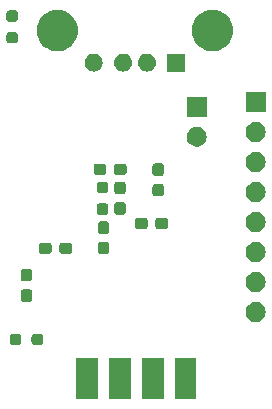
<source format=gbr>
%TF.GenerationSoftware,KiCad,Pcbnew,7.0.9*%
%TF.CreationDate,2024-08-09T20:27:10+01:00*%
%TF.ProjectId,RISKYKVM,5249534b-594b-4564-9d2e-6b696361645f,rev?*%
%TF.SameCoordinates,Original*%
%TF.FileFunction,Soldermask,Bot*%
%TF.FilePolarity,Negative*%
%FSLAX46Y46*%
G04 Gerber Fmt 4.6, Leading zero omitted, Abs format (unit mm)*
G04 Created by KiCad (PCBNEW 7.0.9) date 2024-08-09 20:27:10*
%MOMM*%
%LPD*%
G01*
G04 APERTURE LIST*
G04 APERTURE END LIST*
G36*
X127068334Y-109777500D02*
G01*
X125221666Y-109777500D01*
X125221666Y-106297500D01*
X127068334Y-106297500D01*
X127068334Y-109777500D01*
G37*
G36*
X129838334Y-109777500D02*
G01*
X127991666Y-109777500D01*
X127991666Y-106297500D01*
X129838334Y-106297500D01*
X129838334Y-109777500D01*
G37*
G36*
X132608334Y-109777500D02*
G01*
X130761666Y-109777500D01*
X130761666Y-106297500D01*
X132608334Y-106297500D01*
X132608334Y-109777500D01*
G37*
G36*
X135378334Y-109777500D02*
G01*
X133531666Y-109777500D01*
X133531666Y-106297500D01*
X135378334Y-106297500D01*
X135378334Y-109777500D01*
G37*
G36*
X120334850Y-104245964D02*
G01*
X120382179Y-104251455D01*
X120398353Y-104258596D01*
X120420887Y-104263079D01*
X120445011Y-104279198D01*
X120463632Y-104287420D01*
X120476348Y-104300136D01*
X120497938Y-104314562D01*
X120512363Y-104336151D01*
X120525079Y-104348867D01*
X120533300Y-104367486D01*
X120549421Y-104391613D01*
X120553903Y-104414147D01*
X120561044Y-104430319D01*
X120566533Y-104477640D01*
X120567500Y-104482500D01*
X120567500Y-104957500D01*
X120566532Y-104962362D01*
X120561044Y-105009679D01*
X120553904Y-105025849D01*
X120549421Y-105048387D01*
X120533298Y-105072516D01*
X120525079Y-105091132D01*
X120512365Y-105103845D01*
X120497938Y-105125438D01*
X120476345Y-105139865D01*
X120463632Y-105152579D01*
X120445015Y-105160799D01*
X120420887Y-105176921D01*
X120398350Y-105181403D01*
X120382180Y-105188544D01*
X120334861Y-105194033D01*
X120330000Y-105195000D01*
X119830000Y-105195000D01*
X119825138Y-105194033D01*
X119777820Y-105188544D01*
X119761648Y-105181403D01*
X119739113Y-105176921D01*
X119714985Y-105160800D01*
X119696367Y-105152579D01*
X119683651Y-105139863D01*
X119662062Y-105125438D01*
X119647636Y-105103848D01*
X119634920Y-105091132D01*
X119626698Y-105072511D01*
X119610579Y-105048387D01*
X119606096Y-105025854D01*
X119598955Y-105009680D01*
X119593464Y-104962348D01*
X119592500Y-104957500D01*
X119592500Y-104482500D01*
X119593464Y-104477651D01*
X119598955Y-104430320D01*
X119606097Y-104414144D01*
X119610579Y-104391613D01*
X119626697Y-104367490D01*
X119634920Y-104348867D01*
X119647638Y-104336148D01*
X119662062Y-104314562D01*
X119683648Y-104300138D01*
X119696367Y-104287420D01*
X119714990Y-104279196D01*
X119739113Y-104263079D01*
X119761643Y-104258597D01*
X119777819Y-104251455D01*
X119825152Y-104245964D01*
X119830000Y-104245000D01*
X120330000Y-104245000D01*
X120334850Y-104245964D01*
G37*
G36*
X122159850Y-104245964D02*
G01*
X122207179Y-104251455D01*
X122223353Y-104258596D01*
X122245887Y-104263079D01*
X122270011Y-104279198D01*
X122288632Y-104287420D01*
X122301348Y-104300136D01*
X122322938Y-104314562D01*
X122337363Y-104336151D01*
X122350079Y-104348867D01*
X122358300Y-104367486D01*
X122374421Y-104391613D01*
X122378903Y-104414147D01*
X122386044Y-104430319D01*
X122391533Y-104477640D01*
X122392500Y-104482500D01*
X122392500Y-104957500D01*
X122391532Y-104962362D01*
X122386044Y-105009679D01*
X122378904Y-105025849D01*
X122374421Y-105048387D01*
X122358298Y-105072516D01*
X122350079Y-105091132D01*
X122337365Y-105103845D01*
X122322938Y-105125438D01*
X122301345Y-105139865D01*
X122288632Y-105152579D01*
X122270015Y-105160799D01*
X122245887Y-105176921D01*
X122223350Y-105181403D01*
X122207180Y-105188544D01*
X122159861Y-105194033D01*
X122155000Y-105195000D01*
X121655000Y-105195000D01*
X121650138Y-105194033D01*
X121602820Y-105188544D01*
X121586648Y-105181403D01*
X121564113Y-105176921D01*
X121539985Y-105160800D01*
X121521367Y-105152579D01*
X121508651Y-105139863D01*
X121487062Y-105125438D01*
X121472636Y-105103848D01*
X121459920Y-105091132D01*
X121451698Y-105072511D01*
X121435579Y-105048387D01*
X121431096Y-105025854D01*
X121423955Y-105009680D01*
X121418464Y-104962348D01*
X121417500Y-104957500D01*
X121417500Y-104482500D01*
X121418464Y-104477651D01*
X121423955Y-104430320D01*
X121431097Y-104414144D01*
X121435579Y-104391613D01*
X121451697Y-104367490D01*
X121459920Y-104348867D01*
X121472638Y-104336148D01*
X121487062Y-104314562D01*
X121508648Y-104300138D01*
X121521367Y-104287420D01*
X121539990Y-104279196D01*
X121564113Y-104263079D01*
X121586643Y-104258597D01*
X121602819Y-104251455D01*
X121650152Y-104245964D01*
X121655000Y-104245000D01*
X122155000Y-104245000D01*
X122159850Y-104245964D01*
G37*
G36*
X140652664Y-101581602D02*
G01*
X140815000Y-101653878D01*
X140958761Y-101758327D01*
X141077664Y-101890383D01*
X141166514Y-102044274D01*
X141221425Y-102213275D01*
X141240000Y-102390000D01*
X141221425Y-102566725D01*
X141166514Y-102735726D01*
X141077664Y-102889617D01*
X140958761Y-103021673D01*
X140815000Y-103126122D01*
X140652664Y-103198398D01*
X140478849Y-103235344D01*
X140301151Y-103235344D01*
X140127336Y-103198398D01*
X139965000Y-103126122D01*
X139821239Y-103021673D01*
X139702336Y-102889617D01*
X139613486Y-102735726D01*
X139558575Y-102566725D01*
X139540000Y-102390000D01*
X139558575Y-102213275D01*
X139613486Y-102044274D01*
X139702336Y-101890383D01*
X139821239Y-101758327D01*
X139965000Y-101653878D01*
X140127336Y-101581602D01*
X140301151Y-101544656D01*
X140478849Y-101544656D01*
X140652664Y-101581602D01*
G37*
G36*
X121232350Y-100453464D02*
G01*
X121279679Y-100458955D01*
X121295853Y-100466096D01*
X121318387Y-100470579D01*
X121342511Y-100486698D01*
X121361132Y-100494920D01*
X121373848Y-100507636D01*
X121395438Y-100522062D01*
X121409863Y-100543651D01*
X121422579Y-100556367D01*
X121430800Y-100574986D01*
X121446921Y-100599113D01*
X121451403Y-100621647D01*
X121458544Y-100637819D01*
X121464033Y-100685140D01*
X121465000Y-100690000D01*
X121465000Y-101290000D01*
X121464032Y-101294862D01*
X121458544Y-101342179D01*
X121451404Y-101358349D01*
X121446921Y-101380887D01*
X121430798Y-101405016D01*
X121422579Y-101423632D01*
X121409865Y-101436345D01*
X121395438Y-101457938D01*
X121373845Y-101472365D01*
X121361132Y-101485079D01*
X121342515Y-101493299D01*
X121318387Y-101509421D01*
X121295850Y-101513903D01*
X121279680Y-101521044D01*
X121232361Y-101526533D01*
X121227500Y-101527500D01*
X120752500Y-101527500D01*
X120747638Y-101526533D01*
X120700320Y-101521044D01*
X120684148Y-101513903D01*
X120661613Y-101509421D01*
X120637485Y-101493300D01*
X120618867Y-101485079D01*
X120606151Y-101472363D01*
X120584562Y-101457938D01*
X120570136Y-101436348D01*
X120557420Y-101423632D01*
X120549198Y-101405011D01*
X120533079Y-101380887D01*
X120528596Y-101358354D01*
X120521455Y-101342180D01*
X120515964Y-101294848D01*
X120515000Y-101290000D01*
X120515000Y-100690000D01*
X120515964Y-100685151D01*
X120521455Y-100637820D01*
X120528597Y-100621644D01*
X120533079Y-100599113D01*
X120549197Y-100574990D01*
X120557420Y-100556367D01*
X120570138Y-100543648D01*
X120584562Y-100522062D01*
X120606148Y-100507638D01*
X120618867Y-100494920D01*
X120637490Y-100486696D01*
X120661613Y-100470579D01*
X120684143Y-100466097D01*
X120700319Y-100458955D01*
X120747652Y-100453464D01*
X120752500Y-100452500D01*
X121227500Y-100452500D01*
X121232350Y-100453464D01*
G37*
G36*
X140652664Y-99041602D02*
G01*
X140815000Y-99113878D01*
X140958761Y-99218327D01*
X141077664Y-99350383D01*
X141166514Y-99504274D01*
X141221425Y-99673275D01*
X141240000Y-99850000D01*
X141221425Y-100026725D01*
X141166514Y-100195726D01*
X141077664Y-100349617D01*
X140958761Y-100481673D01*
X140815000Y-100586122D01*
X140652664Y-100658398D01*
X140478849Y-100695344D01*
X140301151Y-100695344D01*
X140127336Y-100658398D01*
X139965000Y-100586122D01*
X139821239Y-100481673D01*
X139702336Y-100349617D01*
X139613486Y-100195726D01*
X139558575Y-100026725D01*
X139540000Y-99850000D01*
X139558575Y-99673275D01*
X139613486Y-99504274D01*
X139702336Y-99350383D01*
X139821239Y-99218327D01*
X139965000Y-99113878D01*
X140127336Y-99041602D01*
X140301151Y-99004656D01*
X140478849Y-99004656D01*
X140652664Y-99041602D01*
G37*
G36*
X121232350Y-98728464D02*
G01*
X121279679Y-98733955D01*
X121295853Y-98741096D01*
X121318387Y-98745579D01*
X121342511Y-98761698D01*
X121361132Y-98769920D01*
X121373848Y-98782636D01*
X121395438Y-98797062D01*
X121409863Y-98818651D01*
X121422579Y-98831367D01*
X121430800Y-98849986D01*
X121446921Y-98874113D01*
X121451403Y-98896647D01*
X121458544Y-98912819D01*
X121464033Y-98960140D01*
X121465000Y-98965000D01*
X121465000Y-99565000D01*
X121464032Y-99569862D01*
X121458544Y-99617179D01*
X121451404Y-99633349D01*
X121446921Y-99655887D01*
X121430798Y-99680016D01*
X121422579Y-99698632D01*
X121409865Y-99711345D01*
X121395438Y-99732938D01*
X121373845Y-99747365D01*
X121361132Y-99760079D01*
X121342515Y-99768299D01*
X121318387Y-99784421D01*
X121295850Y-99788903D01*
X121279680Y-99796044D01*
X121232361Y-99801533D01*
X121227500Y-99802500D01*
X120752500Y-99802500D01*
X120747638Y-99801533D01*
X120700320Y-99796044D01*
X120684148Y-99788903D01*
X120661613Y-99784421D01*
X120637485Y-99768300D01*
X120618867Y-99760079D01*
X120606151Y-99747363D01*
X120584562Y-99732938D01*
X120570136Y-99711348D01*
X120557420Y-99698632D01*
X120549198Y-99680011D01*
X120533079Y-99655887D01*
X120528596Y-99633354D01*
X120521455Y-99617180D01*
X120515964Y-99569848D01*
X120515000Y-99565000D01*
X120515000Y-98965000D01*
X120515964Y-98960151D01*
X120521455Y-98912820D01*
X120528597Y-98896644D01*
X120533079Y-98874113D01*
X120549197Y-98849990D01*
X120557420Y-98831367D01*
X120570138Y-98818648D01*
X120584562Y-98797062D01*
X120606148Y-98782638D01*
X120618867Y-98769920D01*
X120637490Y-98761696D01*
X120661613Y-98745579D01*
X120684143Y-98741097D01*
X120700319Y-98733955D01*
X120747652Y-98728464D01*
X120752500Y-98727500D01*
X121227500Y-98727500D01*
X121232350Y-98728464D01*
G37*
G36*
X140652664Y-96501602D02*
G01*
X140815000Y-96573878D01*
X140958761Y-96678327D01*
X141077664Y-96810383D01*
X141166514Y-96964274D01*
X141221425Y-97133275D01*
X141240000Y-97310000D01*
X141221425Y-97486725D01*
X141166514Y-97655726D01*
X141077664Y-97809617D01*
X140958761Y-97941673D01*
X140815000Y-98046122D01*
X140652664Y-98118398D01*
X140478849Y-98155344D01*
X140301151Y-98155344D01*
X140127336Y-98118398D01*
X139965000Y-98046122D01*
X139821239Y-97941673D01*
X139702336Y-97809617D01*
X139613486Y-97655726D01*
X139558575Y-97486725D01*
X139540000Y-97310000D01*
X139558575Y-97133275D01*
X139613486Y-96964274D01*
X139702336Y-96810383D01*
X139821239Y-96678327D01*
X139965000Y-96573878D01*
X140127336Y-96501602D01*
X140301151Y-96464656D01*
X140478849Y-96464656D01*
X140652664Y-96501602D01*
G37*
G36*
X127755750Y-96436564D02*
G01*
X127803079Y-96442055D01*
X127819253Y-96449196D01*
X127841787Y-96453679D01*
X127865911Y-96469798D01*
X127884532Y-96478020D01*
X127897248Y-96490736D01*
X127918838Y-96505162D01*
X127933263Y-96526751D01*
X127945979Y-96539467D01*
X127954200Y-96558086D01*
X127970321Y-96582213D01*
X127974803Y-96604747D01*
X127981944Y-96620919D01*
X127987433Y-96668240D01*
X127988400Y-96673100D01*
X127988400Y-97273100D01*
X127987432Y-97277962D01*
X127981944Y-97325279D01*
X127974804Y-97341449D01*
X127970321Y-97363987D01*
X127954198Y-97388116D01*
X127945979Y-97406732D01*
X127933265Y-97419445D01*
X127918838Y-97441038D01*
X127897245Y-97455465D01*
X127884532Y-97468179D01*
X127865915Y-97476399D01*
X127841787Y-97492521D01*
X127819250Y-97497003D01*
X127803080Y-97504144D01*
X127755761Y-97509633D01*
X127750900Y-97510600D01*
X127275900Y-97510600D01*
X127271038Y-97509633D01*
X127223720Y-97504144D01*
X127207548Y-97497003D01*
X127185013Y-97492521D01*
X127160885Y-97476400D01*
X127142267Y-97468179D01*
X127129551Y-97455463D01*
X127107962Y-97441038D01*
X127093536Y-97419448D01*
X127080820Y-97406732D01*
X127072598Y-97388111D01*
X127056479Y-97363987D01*
X127051996Y-97341454D01*
X127044855Y-97325280D01*
X127039364Y-97277948D01*
X127038400Y-97273100D01*
X127038400Y-96673100D01*
X127039364Y-96668251D01*
X127044855Y-96620920D01*
X127051997Y-96604744D01*
X127056479Y-96582213D01*
X127072597Y-96558090D01*
X127080820Y-96539467D01*
X127093538Y-96526748D01*
X127107962Y-96505162D01*
X127129548Y-96490738D01*
X127142267Y-96478020D01*
X127160890Y-96469796D01*
X127185013Y-96453679D01*
X127207543Y-96449197D01*
X127223719Y-96442055D01*
X127271052Y-96436564D01*
X127275900Y-96435600D01*
X127750900Y-96435600D01*
X127755750Y-96436564D01*
G37*
G36*
X122888250Y-96507464D02*
G01*
X122935579Y-96512955D01*
X122951753Y-96520096D01*
X122974287Y-96524579D01*
X122998411Y-96540698D01*
X123017032Y-96548920D01*
X123029748Y-96561636D01*
X123051338Y-96576062D01*
X123065763Y-96597651D01*
X123078479Y-96610367D01*
X123086700Y-96628986D01*
X123102821Y-96653113D01*
X123107303Y-96675647D01*
X123114444Y-96691819D01*
X123119933Y-96739140D01*
X123120900Y-96744000D01*
X123120900Y-97219000D01*
X123119932Y-97223862D01*
X123114444Y-97271179D01*
X123107304Y-97287349D01*
X123102821Y-97309887D01*
X123086698Y-97334016D01*
X123078479Y-97352632D01*
X123065765Y-97365345D01*
X123051338Y-97386938D01*
X123029745Y-97401365D01*
X123017032Y-97414079D01*
X122998415Y-97422299D01*
X122974287Y-97438421D01*
X122951750Y-97442903D01*
X122935580Y-97450044D01*
X122888261Y-97455533D01*
X122883400Y-97456500D01*
X122283400Y-97456500D01*
X122278538Y-97455533D01*
X122231220Y-97450044D01*
X122215048Y-97442903D01*
X122192513Y-97438421D01*
X122168385Y-97422300D01*
X122149767Y-97414079D01*
X122137051Y-97401363D01*
X122115462Y-97386938D01*
X122101036Y-97365348D01*
X122088320Y-97352632D01*
X122080098Y-97334011D01*
X122063979Y-97309887D01*
X122059496Y-97287354D01*
X122052355Y-97271180D01*
X122046864Y-97223848D01*
X122045900Y-97219000D01*
X122045900Y-96744000D01*
X122046864Y-96739151D01*
X122052355Y-96691820D01*
X122059497Y-96675644D01*
X122063979Y-96653113D01*
X122080097Y-96628990D01*
X122088320Y-96610367D01*
X122101038Y-96597648D01*
X122115462Y-96576062D01*
X122137048Y-96561638D01*
X122149767Y-96548920D01*
X122168390Y-96540696D01*
X122192513Y-96524579D01*
X122215043Y-96520097D01*
X122231219Y-96512955D01*
X122278552Y-96507464D01*
X122283400Y-96506500D01*
X122883400Y-96506500D01*
X122888250Y-96507464D01*
G37*
G36*
X124613250Y-96507464D02*
G01*
X124660579Y-96512955D01*
X124676753Y-96520096D01*
X124699287Y-96524579D01*
X124723411Y-96540698D01*
X124742032Y-96548920D01*
X124754748Y-96561636D01*
X124776338Y-96576062D01*
X124790763Y-96597651D01*
X124803479Y-96610367D01*
X124811700Y-96628986D01*
X124827821Y-96653113D01*
X124832303Y-96675647D01*
X124839444Y-96691819D01*
X124844933Y-96739140D01*
X124845900Y-96744000D01*
X124845900Y-97219000D01*
X124844932Y-97223862D01*
X124839444Y-97271179D01*
X124832304Y-97287349D01*
X124827821Y-97309887D01*
X124811698Y-97334016D01*
X124803479Y-97352632D01*
X124790765Y-97365345D01*
X124776338Y-97386938D01*
X124754745Y-97401365D01*
X124742032Y-97414079D01*
X124723415Y-97422299D01*
X124699287Y-97438421D01*
X124676750Y-97442903D01*
X124660580Y-97450044D01*
X124613261Y-97455533D01*
X124608400Y-97456500D01*
X124008400Y-97456500D01*
X124003538Y-97455533D01*
X123956220Y-97450044D01*
X123940048Y-97442903D01*
X123917513Y-97438421D01*
X123893385Y-97422300D01*
X123874767Y-97414079D01*
X123862051Y-97401363D01*
X123840462Y-97386938D01*
X123826036Y-97365348D01*
X123813320Y-97352632D01*
X123805098Y-97334011D01*
X123788979Y-97309887D01*
X123784496Y-97287354D01*
X123777355Y-97271180D01*
X123771864Y-97223848D01*
X123770900Y-97219000D01*
X123770900Y-96744000D01*
X123771864Y-96739151D01*
X123777355Y-96691820D01*
X123784497Y-96675644D01*
X123788979Y-96653113D01*
X123805097Y-96628990D01*
X123813320Y-96610367D01*
X123826038Y-96597648D01*
X123840462Y-96576062D01*
X123862048Y-96561638D01*
X123874767Y-96548920D01*
X123893390Y-96540696D01*
X123917513Y-96524579D01*
X123940043Y-96520097D01*
X123956219Y-96512955D01*
X124003552Y-96507464D01*
X124008400Y-96506500D01*
X124608400Y-96506500D01*
X124613250Y-96507464D01*
G37*
G36*
X127755750Y-94711564D02*
G01*
X127803079Y-94717055D01*
X127819253Y-94724196D01*
X127841787Y-94728679D01*
X127865911Y-94744798D01*
X127884532Y-94753020D01*
X127897248Y-94765736D01*
X127918838Y-94780162D01*
X127933263Y-94801751D01*
X127945979Y-94814467D01*
X127954200Y-94833086D01*
X127970321Y-94857213D01*
X127974803Y-94879747D01*
X127981944Y-94895919D01*
X127987433Y-94943240D01*
X127988400Y-94948100D01*
X127988400Y-95548100D01*
X127987432Y-95552962D01*
X127981944Y-95600279D01*
X127974804Y-95616449D01*
X127970321Y-95638987D01*
X127954198Y-95663116D01*
X127945979Y-95681732D01*
X127933265Y-95694445D01*
X127918838Y-95716038D01*
X127897245Y-95730465D01*
X127884532Y-95743179D01*
X127865915Y-95751399D01*
X127841787Y-95767521D01*
X127819250Y-95772003D01*
X127803080Y-95779144D01*
X127755761Y-95784633D01*
X127750900Y-95785600D01*
X127275900Y-95785600D01*
X127271038Y-95784633D01*
X127223720Y-95779144D01*
X127207548Y-95772003D01*
X127185013Y-95767521D01*
X127160885Y-95751400D01*
X127142267Y-95743179D01*
X127129551Y-95730463D01*
X127107962Y-95716038D01*
X127093536Y-95694448D01*
X127080820Y-95681732D01*
X127072598Y-95663111D01*
X127056479Y-95638987D01*
X127051996Y-95616454D01*
X127044855Y-95600280D01*
X127039364Y-95552948D01*
X127038400Y-95548100D01*
X127038400Y-94948100D01*
X127039364Y-94943251D01*
X127044855Y-94895920D01*
X127051997Y-94879744D01*
X127056479Y-94857213D01*
X127072597Y-94833090D01*
X127080820Y-94814467D01*
X127093538Y-94801748D01*
X127107962Y-94780162D01*
X127129548Y-94765738D01*
X127142267Y-94753020D01*
X127160890Y-94744796D01*
X127185013Y-94728679D01*
X127207543Y-94724197D01*
X127223719Y-94717055D01*
X127271052Y-94711564D01*
X127275900Y-94710600D01*
X127750900Y-94710600D01*
X127755750Y-94711564D01*
G37*
G36*
X140652664Y-93961602D02*
G01*
X140815000Y-94033878D01*
X140958761Y-94138327D01*
X141077664Y-94270383D01*
X141166514Y-94424274D01*
X141221425Y-94593275D01*
X141240000Y-94770000D01*
X141221425Y-94946725D01*
X141166514Y-95115726D01*
X141077664Y-95269617D01*
X140958761Y-95401673D01*
X140815000Y-95506122D01*
X140652664Y-95578398D01*
X140478849Y-95615344D01*
X140301151Y-95615344D01*
X140127336Y-95578398D01*
X139965000Y-95506122D01*
X139821239Y-95401673D01*
X139702336Y-95269617D01*
X139613486Y-95115726D01*
X139558575Y-94946725D01*
X139540000Y-94770000D01*
X139558575Y-94593275D01*
X139613486Y-94424274D01*
X139702336Y-94270383D01*
X139821239Y-94138327D01*
X139965000Y-94033878D01*
X140127336Y-93961602D01*
X140301151Y-93924656D01*
X140478849Y-93924656D01*
X140652664Y-93961602D01*
G37*
G36*
X131019750Y-94417364D02*
G01*
X131067079Y-94422855D01*
X131083253Y-94429996D01*
X131105787Y-94434479D01*
X131129911Y-94450598D01*
X131148532Y-94458820D01*
X131161248Y-94471536D01*
X131182838Y-94485962D01*
X131197263Y-94507551D01*
X131209979Y-94520267D01*
X131218200Y-94538886D01*
X131234321Y-94563013D01*
X131238803Y-94585547D01*
X131245944Y-94601719D01*
X131251433Y-94649040D01*
X131252400Y-94653900D01*
X131252400Y-95128900D01*
X131251432Y-95133762D01*
X131245944Y-95181079D01*
X131238804Y-95197249D01*
X131234321Y-95219787D01*
X131218198Y-95243916D01*
X131209979Y-95262532D01*
X131197265Y-95275245D01*
X131182838Y-95296838D01*
X131161245Y-95311265D01*
X131148532Y-95323979D01*
X131129915Y-95332199D01*
X131105787Y-95348321D01*
X131083250Y-95352803D01*
X131067080Y-95359944D01*
X131019761Y-95365433D01*
X131014900Y-95366400D01*
X130414900Y-95366400D01*
X130410038Y-95365433D01*
X130362720Y-95359944D01*
X130346548Y-95352803D01*
X130324013Y-95348321D01*
X130299885Y-95332200D01*
X130281267Y-95323979D01*
X130268551Y-95311263D01*
X130246962Y-95296838D01*
X130232536Y-95275248D01*
X130219820Y-95262532D01*
X130211598Y-95243911D01*
X130195479Y-95219787D01*
X130190996Y-95197254D01*
X130183855Y-95181080D01*
X130178364Y-95133748D01*
X130177400Y-95128900D01*
X130177400Y-94653900D01*
X130178364Y-94649051D01*
X130183855Y-94601720D01*
X130190997Y-94585544D01*
X130195479Y-94563013D01*
X130211597Y-94538890D01*
X130219820Y-94520267D01*
X130232538Y-94507548D01*
X130246962Y-94485962D01*
X130268548Y-94471538D01*
X130281267Y-94458820D01*
X130299890Y-94450596D01*
X130324013Y-94434479D01*
X130346543Y-94429997D01*
X130362719Y-94422855D01*
X130410052Y-94417364D01*
X130414900Y-94416400D01*
X131014900Y-94416400D01*
X131019750Y-94417364D01*
G37*
G36*
X132744750Y-94417364D02*
G01*
X132792079Y-94422855D01*
X132808253Y-94429996D01*
X132830787Y-94434479D01*
X132854911Y-94450598D01*
X132873532Y-94458820D01*
X132886248Y-94471536D01*
X132907838Y-94485962D01*
X132922263Y-94507551D01*
X132934979Y-94520267D01*
X132943200Y-94538886D01*
X132959321Y-94563013D01*
X132963803Y-94585547D01*
X132970944Y-94601719D01*
X132976433Y-94649040D01*
X132977400Y-94653900D01*
X132977400Y-95128900D01*
X132976432Y-95133762D01*
X132970944Y-95181079D01*
X132963804Y-95197249D01*
X132959321Y-95219787D01*
X132943198Y-95243916D01*
X132934979Y-95262532D01*
X132922265Y-95275245D01*
X132907838Y-95296838D01*
X132886245Y-95311265D01*
X132873532Y-95323979D01*
X132854915Y-95332199D01*
X132830787Y-95348321D01*
X132808250Y-95352803D01*
X132792080Y-95359944D01*
X132744761Y-95365433D01*
X132739900Y-95366400D01*
X132139900Y-95366400D01*
X132135038Y-95365433D01*
X132087720Y-95359944D01*
X132071548Y-95352803D01*
X132049013Y-95348321D01*
X132024885Y-95332200D01*
X132006267Y-95323979D01*
X131993551Y-95311263D01*
X131971962Y-95296838D01*
X131957536Y-95275248D01*
X131944820Y-95262532D01*
X131936598Y-95243911D01*
X131920479Y-95219787D01*
X131915996Y-95197254D01*
X131908855Y-95181080D01*
X131903364Y-95133748D01*
X131902400Y-95128900D01*
X131902400Y-94653900D01*
X131903364Y-94649051D01*
X131908855Y-94601720D01*
X131915997Y-94585544D01*
X131920479Y-94563013D01*
X131936597Y-94538890D01*
X131944820Y-94520267D01*
X131957538Y-94507548D01*
X131971962Y-94485962D01*
X131993548Y-94471538D01*
X132006267Y-94458820D01*
X132024890Y-94450596D01*
X132049013Y-94434479D01*
X132071543Y-94429997D01*
X132087719Y-94422855D01*
X132135052Y-94417364D01*
X132139900Y-94416400D01*
X132739900Y-94416400D01*
X132744750Y-94417364D01*
G37*
G36*
X127679550Y-93183764D02*
G01*
X127726879Y-93189255D01*
X127743053Y-93196396D01*
X127765587Y-93200879D01*
X127789711Y-93216998D01*
X127808332Y-93225220D01*
X127821048Y-93237936D01*
X127842638Y-93252362D01*
X127857063Y-93273951D01*
X127869779Y-93286667D01*
X127878000Y-93305286D01*
X127894121Y-93329413D01*
X127898603Y-93351947D01*
X127905744Y-93368119D01*
X127911233Y-93415440D01*
X127912200Y-93420300D01*
X127912200Y-93920300D01*
X127911232Y-93925162D01*
X127905744Y-93972479D01*
X127898604Y-93988649D01*
X127894121Y-94011187D01*
X127877998Y-94035316D01*
X127869779Y-94053932D01*
X127857065Y-94066645D01*
X127842638Y-94088238D01*
X127821045Y-94102665D01*
X127808332Y-94115379D01*
X127789715Y-94123599D01*
X127765587Y-94139721D01*
X127743050Y-94144203D01*
X127726880Y-94151344D01*
X127679561Y-94156833D01*
X127674700Y-94157800D01*
X127199700Y-94157800D01*
X127194838Y-94156833D01*
X127147520Y-94151344D01*
X127131348Y-94144203D01*
X127108813Y-94139721D01*
X127084685Y-94123600D01*
X127066067Y-94115379D01*
X127053351Y-94102663D01*
X127031762Y-94088238D01*
X127017336Y-94066648D01*
X127004620Y-94053932D01*
X126996398Y-94035311D01*
X126980279Y-94011187D01*
X126975796Y-93988654D01*
X126968655Y-93972480D01*
X126963164Y-93925148D01*
X126962200Y-93920300D01*
X126962200Y-93420300D01*
X126963164Y-93415451D01*
X126968655Y-93368120D01*
X126975797Y-93351944D01*
X126980279Y-93329413D01*
X126996397Y-93305290D01*
X127004620Y-93286667D01*
X127017338Y-93273948D01*
X127031762Y-93252362D01*
X127053348Y-93237938D01*
X127066067Y-93225220D01*
X127084690Y-93216996D01*
X127108813Y-93200879D01*
X127131343Y-93196397D01*
X127147519Y-93189255D01*
X127194852Y-93183764D01*
X127199700Y-93182800D01*
X127674700Y-93182800D01*
X127679550Y-93183764D01*
G37*
G36*
X129152750Y-93083764D02*
G01*
X129200079Y-93089255D01*
X129216253Y-93096396D01*
X129238787Y-93100879D01*
X129262911Y-93116998D01*
X129281532Y-93125220D01*
X129294248Y-93137936D01*
X129315838Y-93152362D01*
X129330263Y-93173951D01*
X129342979Y-93186667D01*
X129351200Y-93205286D01*
X129367321Y-93229413D01*
X129371803Y-93251947D01*
X129378944Y-93268119D01*
X129384433Y-93315440D01*
X129385400Y-93320300D01*
X129385400Y-93920300D01*
X129384432Y-93925162D01*
X129378944Y-93972479D01*
X129371804Y-93988649D01*
X129367321Y-94011187D01*
X129351198Y-94035316D01*
X129342979Y-94053932D01*
X129330265Y-94066645D01*
X129315838Y-94088238D01*
X129294245Y-94102665D01*
X129281532Y-94115379D01*
X129262915Y-94123599D01*
X129238787Y-94139721D01*
X129216250Y-94144203D01*
X129200080Y-94151344D01*
X129152761Y-94156833D01*
X129147900Y-94157800D01*
X128672900Y-94157800D01*
X128668038Y-94156833D01*
X128620720Y-94151344D01*
X128604548Y-94144203D01*
X128582013Y-94139721D01*
X128557885Y-94123600D01*
X128539267Y-94115379D01*
X128526551Y-94102663D01*
X128504962Y-94088238D01*
X128490536Y-94066648D01*
X128477820Y-94053932D01*
X128469598Y-94035311D01*
X128453479Y-94011187D01*
X128448996Y-93988654D01*
X128441855Y-93972480D01*
X128436364Y-93925148D01*
X128435400Y-93920300D01*
X128435400Y-93320300D01*
X128436364Y-93315451D01*
X128441855Y-93268120D01*
X128448997Y-93251944D01*
X128453479Y-93229413D01*
X128469597Y-93205290D01*
X128477820Y-93186667D01*
X128490538Y-93173948D01*
X128504962Y-93152362D01*
X128526548Y-93137938D01*
X128539267Y-93125220D01*
X128557890Y-93116996D01*
X128582013Y-93100879D01*
X128604543Y-93096397D01*
X128620719Y-93089255D01*
X128668052Y-93083764D01*
X128672900Y-93082800D01*
X129147900Y-93082800D01*
X129152750Y-93083764D01*
G37*
G36*
X140652664Y-91421602D02*
G01*
X140815000Y-91493878D01*
X140958761Y-91598327D01*
X141077664Y-91730383D01*
X141166514Y-91884274D01*
X141221425Y-92053275D01*
X141240000Y-92230000D01*
X141221425Y-92406725D01*
X141166514Y-92575726D01*
X141077664Y-92729617D01*
X140958761Y-92861673D01*
X140815000Y-92966122D01*
X140652664Y-93038398D01*
X140478849Y-93075344D01*
X140301151Y-93075344D01*
X140127336Y-93038398D01*
X139965000Y-92966122D01*
X139821239Y-92861673D01*
X139702336Y-92729617D01*
X139613486Y-92575726D01*
X139558575Y-92406725D01*
X139540000Y-92230000D01*
X139558575Y-92053275D01*
X139613486Y-91884274D01*
X139702336Y-91730383D01*
X139821239Y-91598327D01*
X139965000Y-91493878D01*
X140127336Y-91421602D01*
X140301151Y-91384656D01*
X140478849Y-91384656D01*
X140652664Y-91421602D01*
G37*
G36*
X132378550Y-91534364D02*
G01*
X132425879Y-91539855D01*
X132442053Y-91546996D01*
X132464587Y-91551479D01*
X132488711Y-91567598D01*
X132507332Y-91575820D01*
X132520048Y-91588536D01*
X132541638Y-91602962D01*
X132556063Y-91624551D01*
X132568779Y-91637267D01*
X132577000Y-91655886D01*
X132593121Y-91680013D01*
X132597603Y-91702547D01*
X132604744Y-91718719D01*
X132610233Y-91766040D01*
X132611200Y-91770900D01*
X132611200Y-92370900D01*
X132610232Y-92375762D01*
X132604744Y-92423079D01*
X132597604Y-92439249D01*
X132593121Y-92461787D01*
X132576998Y-92485916D01*
X132568779Y-92504532D01*
X132556065Y-92517245D01*
X132541638Y-92538838D01*
X132520045Y-92553265D01*
X132507332Y-92565979D01*
X132488715Y-92574199D01*
X132464587Y-92590321D01*
X132442050Y-92594803D01*
X132425880Y-92601944D01*
X132378561Y-92607433D01*
X132373700Y-92608400D01*
X131898700Y-92608400D01*
X131893838Y-92607433D01*
X131846520Y-92601944D01*
X131830348Y-92594803D01*
X131807813Y-92590321D01*
X131783685Y-92574200D01*
X131765067Y-92565979D01*
X131752351Y-92553263D01*
X131730762Y-92538838D01*
X131716336Y-92517248D01*
X131703620Y-92504532D01*
X131695398Y-92485911D01*
X131679279Y-92461787D01*
X131674796Y-92439254D01*
X131667655Y-92423080D01*
X131662164Y-92375748D01*
X131661200Y-92370900D01*
X131661200Y-91770900D01*
X131662164Y-91766051D01*
X131667655Y-91718720D01*
X131674797Y-91702544D01*
X131679279Y-91680013D01*
X131695397Y-91655890D01*
X131703620Y-91637267D01*
X131716338Y-91624548D01*
X131730762Y-91602962D01*
X131752348Y-91588538D01*
X131765067Y-91575820D01*
X131783690Y-91567596D01*
X131807813Y-91551479D01*
X131830343Y-91546997D01*
X131846519Y-91539855D01*
X131893852Y-91534364D01*
X131898700Y-91533400D01*
X132373700Y-91533400D01*
X132378550Y-91534364D01*
G37*
G36*
X129152750Y-91358764D02*
G01*
X129200079Y-91364255D01*
X129216253Y-91371396D01*
X129238787Y-91375879D01*
X129262911Y-91391998D01*
X129281532Y-91400220D01*
X129294248Y-91412936D01*
X129315838Y-91427362D01*
X129330263Y-91448951D01*
X129342979Y-91461667D01*
X129351200Y-91480286D01*
X129367321Y-91504413D01*
X129371803Y-91526947D01*
X129378944Y-91543119D01*
X129384433Y-91590440D01*
X129385400Y-91595300D01*
X129385400Y-92195300D01*
X129384432Y-92200162D01*
X129378944Y-92247479D01*
X129371804Y-92263649D01*
X129367321Y-92286187D01*
X129351198Y-92310316D01*
X129342979Y-92328932D01*
X129330265Y-92341645D01*
X129315838Y-92363238D01*
X129294245Y-92377665D01*
X129281532Y-92390379D01*
X129262915Y-92398599D01*
X129238787Y-92414721D01*
X129216250Y-92419203D01*
X129200080Y-92426344D01*
X129152761Y-92431833D01*
X129147900Y-92432800D01*
X128672900Y-92432800D01*
X128668038Y-92431833D01*
X128620720Y-92426344D01*
X128604548Y-92419203D01*
X128582013Y-92414721D01*
X128557885Y-92398600D01*
X128539267Y-92390379D01*
X128526551Y-92377663D01*
X128504962Y-92363238D01*
X128490536Y-92341648D01*
X128477820Y-92328932D01*
X128469598Y-92310311D01*
X128453479Y-92286187D01*
X128448996Y-92263654D01*
X128441855Y-92247480D01*
X128436364Y-92200148D01*
X128435400Y-92195300D01*
X128435400Y-91595300D01*
X128436364Y-91590451D01*
X128441855Y-91543120D01*
X128448997Y-91526944D01*
X128453479Y-91504413D01*
X128469597Y-91480290D01*
X128477820Y-91461667D01*
X128490538Y-91448948D01*
X128504962Y-91427362D01*
X128526548Y-91412938D01*
X128539267Y-91400220D01*
X128557890Y-91391996D01*
X128582013Y-91375879D01*
X128604543Y-91371397D01*
X128620719Y-91364255D01*
X128668052Y-91358764D01*
X128672900Y-91357800D01*
X129147900Y-91357800D01*
X129152750Y-91358764D01*
G37*
G36*
X127679550Y-91358764D02*
G01*
X127726879Y-91364255D01*
X127743053Y-91371396D01*
X127765587Y-91375879D01*
X127789711Y-91391998D01*
X127808332Y-91400220D01*
X127821048Y-91412936D01*
X127842638Y-91427362D01*
X127857063Y-91448951D01*
X127869779Y-91461667D01*
X127878000Y-91480286D01*
X127894121Y-91504413D01*
X127898603Y-91526947D01*
X127905744Y-91543119D01*
X127911233Y-91590440D01*
X127912200Y-91595300D01*
X127912200Y-92095300D01*
X127911232Y-92100162D01*
X127905744Y-92147479D01*
X127898604Y-92163649D01*
X127894121Y-92186187D01*
X127877998Y-92210316D01*
X127869779Y-92228932D01*
X127857065Y-92241645D01*
X127842638Y-92263238D01*
X127821045Y-92277665D01*
X127808332Y-92290379D01*
X127789715Y-92298599D01*
X127765587Y-92314721D01*
X127743050Y-92319203D01*
X127726880Y-92326344D01*
X127679561Y-92331833D01*
X127674700Y-92332800D01*
X127199700Y-92332800D01*
X127194838Y-92331833D01*
X127147520Y-92326344D01*
X127131348Y-92319203D01*
X127108813Y-92314721D01*
X127084685Y-92298600D01*
X127066067Y-92290379D01*
X127053351Y-92277663D01*
X127031762Y-92263238D01*
X127017336Y-92241648D01*
X127004620Y-92228932D01*
X126996398Y-92210311D01*
X126980279Y-92186187D01*
X126975796Y-92163654D01*
X126968655Y-92147480D01*
X126963164Y-92100148D01*
X126962200Y-92095300D01*
X126962200Y-91595300D01*
X126963164Y-91590451D01*
X126968655Y-91543120D01*
X126975797Y-91526944D01*
X126980279Y-91504413D01*
X126996397Y-91480290D01*
X127004620Y-91461667D01*
X127017338Y-91448948D01*
X127031762Y-91427362D01*
X127053348Y-91412938D01*
X127066067Y-91400220D01*
X127084690Y-91391996D01*
X127108813Y-91375879D01*
X127131343Y-91371397D01*
X127147519Y-91364255D01*
X127194852Y-91358764D01*
X127199700Y-91357800D01*
X127674700Y-91357800D01*
X127679550Y-91358764D01*
G37*
G36*
X132378550Y-89809364D02*
G01*
X132425879Y-89814855D01*
X132442053Y-89821996D01*
X132464587Y-89826479D01*
X132488711Y-89842598D01*
X132507332Y-89850820D01*
X132520048Y-89863536D01*
X132541638Y-89877962D01*
X132556063Y-89899551D01*
X132568779Y-89912267D01*
X132577000Y-89930886D01*
X132593121Y-89955013D01*
X132597603Y-89977547D01*
X132604744Y-89993719D01*
X132610233Y-90041040D01*
X132611200Y-90045900D01*
X132611200Y-90645900D01*
X132610232Y-90650762D01*
X132604744Y-90698079D01*
X132597604Y-90714249D01*
X132593121Y-90736787D01*
X132576998Y-90760916D01*
X132568779Y-90779532D01*
X132556065Y-90792245D01*
X132541638Y-90813838D01*
X132520045Y-90828265D01*
X132507332Y-90840979D01*
X132488715Y-90849199D01*
X132464587Y-90865321D01*
X132442050Y-90869803D01*
X132425880Y-90876944D01*
X132378561Y-90882433D01*
X132373700Y-90883400D01*
X131898700Y-90883400D01*
X131893838Y-90882433D01*
X131846520Y-90876944D01*
X131830348Y-90869803D01*
X131807813Y-90865321D01*
X131783685Y-90849200D01*
X131765067Y-90840979D01*
X131752351Y-90828263D01*
X131730762Y-90813838D01*
X131716336Y-90792248D01*
X131703620Y-90779532D01*
X131695398Y-90760911D01*
X131679279Y-90736787D01*
X131674796Y-90714254D01*
X131667655Y-90698080D01*
X131662164Y-90650748D01*
X131661200Y-90645900D01*
X131661200Y-90045900D01*
X131662164Y-90041051D01*
X131667655Y-89993720D01*
X131674797Y-89977544D01*
X131679279Y-89955013D01*
X131695397Y-89930890D01*
X131703620Y-89912267D01*
X131716338Y-89899548D01*
X131730762Y-89877962D01*
X131752348Y-89863538D01*
X131765067Y-89850820D01*
X131783690Y-89842596D01*
X131807813Y-89826479D01*
X131830343Y-89821997D01*
X131846519Y-89814855D01*
X131893852Y-89809364D01*
X131898700Y-89808400D01*
X132373700Y-89808400D01*
X132378550Y-89809364D01*
G37*
G36*
X127514550Y-89819964D02*
G01*
X127561879Y-89825455D01*
X127578053Y-89832596D01*
X127600587Y-89837079D01*
X127624711Y-89853198D01*
X127643332Y-89861420D01*
X127656048Y-89874136D01*
X127677638Y-89888562D01*
X127692063Y-89910151D01*
X127704779Y-89922867D01*
X127713000Y-89941486D01*
X127729121Y-89965613D01*
X127733603Y-89988147D01*
X127740744Y-90004319D01*
X127746233Y-90051640D01*
X127747200Y-90056500D01*
X127747200Y-90531500D01*
X127746232Y-90536362D01*
X127740744Y-90583679D01*
X127733604Y-90599849D01*
X127729121Y-90622387D01*
X127712998Y-90646516D01*
X127704779Y-90665132D01*
X127692065Y-90677845D01*
X127677638Y-90699438D01*
X127656045Y-90713865D01*
X127643332Y-90726579D01*
X127624715Y-90734799D01*
X127600587Y-90750921D01*
X127578050Y-90755403D01*
X127561880Y-90762544D01*
X127514561Y-90768033D01*
X127509700Y-90769000D01*
X126909700Y-90769000D01*
X126904838Y-90768033D01*
X126857520Y-90762544D01*
X126841348Y-90755403D01*
X126818813Y-90750921D01*
X126794685Y-90734800D01*
X126776067Y-90726579D01*
X126763351Y-90713863D01*
X126741762Y-90699438D01*
X126727336Y-90677848D01*
X126714620Y-90665132D01*
X126706398Y-90646511D01*
X126690279Y-90622387D01*
X126685796Y-90599854D01*
X126678655Y-90583680D01*
X126673164Y-90536348D01*
X126672200Y-90531500D01*
X126672200Y-90056500D01*
X126673164Y-90051651D01*
X126678655Y-90004320D01*
X126685797Y-89988144D01*
X126690279Y-89965613D01*
X126706397Y-89941490D01*
X126714620Y-89922867D01*
X126727338Y-89910148D01*
X126741762Y-89888562D01*
X126763348Y-89874138D01*
X126776067Y-89861420D01*
X126794690Y-89853196D01*
X126818813Y-89837079D01*
X126841343Y-89832597D01*
X126857519Y-89825455D01*
X126904852Y-89819964D01*
X126909700Y-89819000D01*
X127509700Y-89819000D01*
X127514550Y-89819964D01*
G37*
G36*
X129239550Y-89819964D02*
G01*
X129286879Y-89825455D01*
X129303053Y-89832596D01*
X129325587Y-89837079D01*
X129349711Y-89853198D01*
X129368332Y-89861420D01*
X129381048Y-89874136D01*
X129402638Y-89888562D01*
X129417063Y-89910151D01*
X129429779Y-89922867D01*
X129438000Y-89941486D01*
X129454121Y-89965613D01*
X129458603Y-89988147D01*
X129465744Y-90004319D01*
X129471233Y-90051640D01*
X129472200Y-90056500D01*
X129472200Y-90531500D01*
X129471232Y-90536362D01*
X129465744Y-90583679D01*
X129458604Y-90599849D01*
X129454121Y-90622387D01*
X129437998Y-90646516D01*
X129429779Y-90665132D01*
X129417065Y-90677845D01*
X129402638Y-90699438D01*
X129381045Y-90713865D01*
X129368332Y-90726579D01*
X129349715Y-90734799D01*
X129325587Y-90750921D01*
X129303050Y-90755403D01*
X129286880Y-90762544D01*
X129239561Y-90768033D01*
X129234700Y-90769000D01*
X128634700Y-90769000D01*
X128629838Y-90768033D01*
X128582520Y-90762544D01*
X128566348Y-90755403D01*
X128543813Y-90750921D01*
X128519685Y-90734800D01*
X128501067Y-90726579D01*
X128488351Y-90713863D01*
X128466762Y-90699438D01*
X128452336Y-90677848D01*
X128439620Y-90665132D01*
X128431398Y-90646511D01*
X128415279Y-90622387D01*
X128410796Y-90599854D01*
X128403655Y-90583680D01*
X128398164Y-90536348D01*
X128397200Y-90531500D01*
X128397200Y-90056500D01*
X128398164Y-90051651D01*
X128403655Y-90004320D01*
X128410797Y-89988144D01*
X128415279Y-89965613D01*
X128431397Y-89941490D01*
X128439620Y-89922867D01*
X128452338Y-89910148D01*
X128466762Y-89888562D01*
X128488348Y-89874138D01*
X128501067Y-89861420D01*
X128519690Y-89853196D01*
X128543813Y-89837079D01*
X128566343Y-89832597D01*
X128582519Y-89825455D01*
X128629852Y-89819964D01*
X128634700Y-89819000D01*
X129234700Y-89819000D01*
X129239550Y-89819964D01*
G37*
G36*
X140652664Y-88881602D02*
G01*
X140815000Y-88953878D01*
X140958761Y-89058327D01*
X141077664Y-89190383D01*
X141166514Y-89344274D01*
X141221425Y-89513275D01*
X141240000Y-89690000D01*
X141221425Y-89866725D01*
X141166514Y-90035726D01*
X141077664Y-90189617D01*
X140958761Y-90321673D01*
X140815000Y-90426122D01*
X140652664Y-90498398D01*
X140478849Y-90535344D01*
X140301151Y-90535344D01*
X140127336Y-90498398D01*
X139965000Y-90426122D01*
X139821239Y-90321673D01*
X139702336Y-90189617D01*
X139613486Y-90035726D01*
X139558575Y-89866725D01*
X139540000Y-89690000D01*
X139558575Y-89513275D01*
X139613486Y-89344274D01*
X139702336Y-89190383D01*
X139821239Y-89058327D01*
X139965000Y-88953878D01*
X140127336Y-88881602D01*
X140301151Y-88844656D01*
X140478849Y-88844656D01*
X140652664Y-88881602D01*
G37*
G36*
X135662664Y-86731602D02*
G01*
X135825000Y-86803878D01*
X135968761Y-86908327D01*
X136087664Y-87040383D01*
X136176514Y-87194274D01*
X136231425Y-87363275D01*
X136250000Y-87540000D01*
X136231425Y-87716725D01*
X136176514Y-87885726D01*
X136087664Y-88039617D01*
X135968761Y-88171673D01*
X135825000Y-88276122D01*
X135662664Y-88348398D01*
X135488849Y-88385344D01*
X135311151Y-88385344D01*
X135137336Y-88348398D01*
X134975000Y-88276122D01*
X134831239Y-88171673D01*
X134712336Y-88039617D01*
X134623486Y-87885726D01*
X134568575Y-87716725D01*
X134550000Y-87540000D01*
X134568575Y-87363275D01*
X134623486Y-87194274D01*
X134712336Y-87040383D01*
X134831239Y-86908327D01*
X134975000Y-86803878D01*
X135137336Y-86731602D01*
X135311151Y-86694656D01*
X135488849Y-86694656D01*
X135662664Y-86731602D01*
G37*
G36*
X140652664Y-86341602D02*
G01*
X140815000Y-86413878D01*
X140958761Y-86518327D01*
X141077664Y-86650383D01*
X141166514Y-86804274D01*
X141221425Y-86973275D01*
X141240000Y-87150000D01*
X141221425Y-87326725D01*
X141166514Y-87495726D01*
X141077664Y-87649617D01*
X140958761Y-87781673D01*
X140815000Y-87886122D01*
X140652664Y-87958398D01*
X140478849Y-87995344D01*
X140301151Y-87995344D01*
X140127336Y-87958398D01*
X139965000Y-87886122D01*
X139821239Y-87781673D01*
X139702336Y-87649617D01*
X139613486Y-87495726D01*
X139558575Y-87326725D01*
X139540000Y-87150000D01*
X139558575Y-86973275D01*
X139613486Y-86804274D01*
X139702336Y-86650383D01*
X139821239Y-86518327D01*
X139965000Y-86413878D01*
X140127336Y-86341602D01*
X140301151Y-86304656D01*
X140478849Y-86304656D01*
X140652664Y-86341602D01*
G37*
G36*
X136250000Y-85850000D02*
G01*
X134550000Y-85850000D01*
X134550000Y-84150000D01*
X136250000Y-84150000D01*
X136250000Y-85850000D01*
G37*
G36*
X141240000Y-85460000D02*
G01*
X139540000Y-85460000D01*
X139540000Y-83760000D01*
X141240000Y-83760000D01*
X141240000Y-85460000D01*
G37*
G36*
X126844561Y-80524205D02*
G01*
X127005619Y-80580562D01*
X127150099Y-80671344D01*
X127270756Y-80792001D01*
X127361538Y-80936481D01*
X127417895Y-81097539D01*
X127437000Y-81267100D01*
X127417895Y-81436661D01*
X127361538Y-81597719D01*
X127270756Y-81742199D01*
X127150099Y-81862856D01*
X127005619Y-81953638D01*
X126844561Y-82009995D01*
X126675000Y-82029100D01*
X126505439Y-82009995D01*
X126344381Y-81953638D01*
X126199901Y-81862856D01*
X126079244Y-81742199D01*
X125988462Y-81597719D01*
X125932105Y-81436661D01*
X125913000Y-81267100D01*
X125932105Y-81097539D01*
X125988462Y-80936481D01*
X126079244Y-80792001D01*
X126199901Y-80671344D01*
X126344381Y-80580562D01*
X126505439Y-80524205D01*
X126675000Y-80505100D01*
X126844561Y-80524205D01*
G37*
G36*
X129344561Y-80524205D02*
G01*
X129505619Y-80580562D01*
X129650099Y-80671344D01*
X129770756Y-80792001D01*
X129861538Y-80936481D01*
X129917895Y-81097539D01*
X129937000Y-81267100D01*
X129917895Y-81436661D01*
X129861538Y-81597719D01*
X129770756Y-81742199D01*
X129650099Y-81862856D01*
X129505619Y-81953638D01*
X129344561Y-82009995D01*
X129175000Y-82029100D01*
X129005439Y-82009995D01*
X128844381Y-81953638D01*
X128699901Y-81862856D01*
X128579244Y-81742199D01*
X128488462Y-81597719D01*
X128432105Y-81436661D01*
X128413000Y-81267100D01*
X128432105Y-81097539D01*
X128488462Y-80936481D01*
X128579244Y-80792001D01*
X128699901Y-80671344D01*
X128844381Y-80580562D01*
X129005439Y-80524205D01*
X129175000Y-80505100D01*
X129344561Y-80524205D01*
G37*
G36*
X131344561Y-80524205D02*
G01*
X131505619Y-80580562D01*
X131650099Y-80671344D01*
X131770756Y-80792001D01*
X131861538Y-80936481D01*
X131917895Y-81097539D01*
X131937000Y-81267100D01*
X131917895Y-81436661D01*
X131861538Y-81597719D01*
X131770756Y-81742199D01*
X131650099Y-81862856D01*
X131505619Y-81953638D01*
X131344561Y-82009995D01*
X131175000Y-82029100D01*
X131005439Y-82009995D01*
X130844381Y-81953638D01*
X130699901Y-81862856D01*
X130579244Y-81742199D01*
X130488462Y-81597719D01*
X130432105Y-81436661D01*
X130413000Y-81267100D01*
X130432105Y-81097539D01*
X130488462Y-80936481D01*
X130579244Y-80792001D01*
X130699901Y-80671344D01*
X130844381Y-80580562D01*
X131005439Y-80524205D01*
X131175000Y-80505100D01*
X131344561Y-80524205D01*
G37*
G36*
X134437000Y-82029100D02*
G01*
X132913000Y-82029100D01*
X132913000Y-80505100D01*
X134437000Y-80505100D01*
X134437000Y-82029100D01*
G37*
G36*
X123994412Y-76850976D02*
G01*
X124244347Y-76928071D01*
X124480000Y-77041556D01*
X124696107Y-77188895D01*
X124887841Y-77366798D01*
X125050918Y-77571290D01*
X125181696Y-77797803D01*
X125277252Y-78041278D01*
X125335454Y-78296276D01*
X125355000Y-78557100D01*
X125335454Y-78817924D01*
X125277252Y-79072922D01*
X125181696Y-79316397D01*
X125050918Y-79542910D01*
X124887841Y-79747402D01*
X124696107Y-79925305D01*
X124480000Y-80072644D01*
X124244347Y-80186129D01*
X123994412Y-80263224D01*
X123735778Y-80302207D01*
X123474222Y-80302207D01*
X123215588Y-80263224D01*
X122965653Y-80186129D01*
X122730000Y-80072644D01*
X122513893Y-79925305D01*
X122322159Y-79747402D01*
X122159082Y-79542910D01*
X122028304Y-79316397D01*
X121932748Y-79072922D01*
X121874546Y-78817924D01*
X121855000Y-78557100D01*
X121874546Y-78296276D01*
X121932748Y-78041278D01*
X122028304Y-77797803D01*
X122159082Y-77571290D01*
X122322159Y-77366798D01*
X122513893Y-77188895D01*
X122730000Y-77041556D01*
X122965653Y-76928071D01*
X123215588Y-76850976D01*
X123474222Y-76811993D01*
X123735778Y-76811993D01*
X123994412Y-76850976D01*
G37*
G36*
X137134412Y-76850976D02*
G01*
X137384347Y-76928071D01*
X137620000Y-77041556D01*
X137836107Y-77188895D01*
X138027841Y-77366798D01*
X138190918Y-77571290D01*
X138321696Y-77797803D01*
X138417252Y-78041278D01*
X138475454Y-78296276D01*
X138495000Y-78557100D01*
X138475454Y-78817924D01*
X138417252Y-79072922D01*
X138321696Y-79316397D01*
X138190918Y-79542910D01*
X138027841Y-79747402D01*
X137836107Y-79925305D01*
X137620000Y-80072644D01*
X137384347Y-80186129D01*
X137134412Y-80263224D01*
X136875778Y-80302207D01*
X136614222Y-80302207D01*
X136355588Y-80263224D01*
X136105653Y-80186129D01*
X135870000Y-80072644D01*
X135653893Y-79925305D01*
X135462159Y-79747402D01*
X135299082Y-79542910D01*
X135168304Y-79316397D01*
X135072748Y-79072922D01*
X135014546Y-78817924D01*
X134995000Y-78557100D01*
X135014546Y-78296276D01*
X135072748Y-78041278D01*
X135168304Y-77797803D01*
X135299082Y-77571290D01*
X135462159Y-77366798D01*
X135653893Y-77188895D01*
X135870000Y-77041556D01*
X136105653Y-76928071D01*
X136355588Y-76850976D01*
X136614222Y-76811993D01*
X136875778Y-76811993D01*
X137134412Y-76850976D01*
G37*
G36*
X120017350Y-78675964D02*
G01*
X120064679Y-78681455D01*
X120080853Y-78688596D01*
X120103387Y-78693079D01*
X120127511Y-78709198D01*
X120146132Y-78717420D01*
X120158848Y-78730136D01*
X120180438Y-78744562D01*
X120194863Y-78766151D01*
X120207579Y-78778867D01*
X120215800Y-78797486D01*
X120231921Y-78821613D01*
X120236403Y-78844147D01*
X120243544Y-78860319D01*
X120249033Y-78907640D01*
X120250000Y-78912500D01*
X120250000Y-79412500D01*
X120249032Y-79417362D01*
X120243544Y-79464679D01*
X120236404Y-79480849D01*
X120231921Y-79503387D01*
X120215798Y-79527516D01*
X120207579Y-79546132D01*
X120194865Y-79558845D01*
X120180438Y-79580438D01*
X120158845Y-79594865D01*
X120146132Y-79607579D01*
X120127515Y-79615799D01*
X120103387Y-79631921D01*
X120080850Y-79636403D01*
X120064680Y-79643544D01*
X120017361Y-79649033D01*
X120012500Y-79650000D01*
X119537500Y-79650000D01*
X119532638Y-79649033D01*
X119485320Y-79643544D01*
X119469148Y-79636403D01*
X119446613Y-79631921D01*
X119422485Y-79615800D01*
X119403867Y-79607579D01*
X119391151Y-79594863D01*
X119369562Y-79580438D01*
X119355136Y-79558848D01*
X119342420Y-79546132D01*
X119334198Y-79527511D01*
X119318079Y-79503387D01*
X119313596Y-79480854D01*
X119306455Y-79464680D01*
X119300964Y-79417348D01*
X119300000Y-79412500D01*
X119300000Y-78912500D01*
X119300964Y-78907651D01*
X119306455Y-78860320D01*
X119313597Y-78844144D01*
X119318079Y-78821613D01*
X119334197Y-78797490D01*
X119342420Y-78778867D01*
X119355138Y-78766148D01*
X119369562Y-78744562D01*
X119391148Y-78730138D01*
X119403867Y-78717420D01*
X119422490Y-78709196D01*
X119446613Y-78693079D01*
X119469143Y-78688597D01*
X119485319Y-78681455D01*
X119532652Y-78675964D01*
X119537500Y-78675000D01*
X120012500Y-78675000D01*
X120017350Y-78675964D01*
G37*
G36*
X120017350Y-76850964D02*
G01*
X120064679Y-76856455D01*
X120080853Y-76863596D01*
X120103387Y-76868079D01*
X120127511Y-76884198D01*
X120146132Y-76892420D01*
X120158848Y-76905136D01*
X120180438Y-76919562D01*
X120194863Y-76941151D01*
X120207579Y-76953867D01*
X120215800Y-76972486D01*
X120231921Y-76996613D01*
X120236403Y-77019147D01*
X120243544Y-77035319D01*
X120249033Y-77082640D01*
X120250000Y-77087500D01*
X120250000Y-77587500D01*
X120249032Y-77592362D01*
X120243544Y-77639679D01*
X120236404Y-77655849D01*
X120231921Y-77678387D01*
X120215798Y-77702516D01*
X120207579Y-77721132D01*
X120194865Y-77733845D01*
X120180438Y-77755438D01*
X120158845Y-77769865D01*
X120146132Y-77782579D01*
X120127515Y-77790799D01*
X120103387Y-77806921D01*
X120080850Y-77811403D01*
X120064680Y-77818544D01*
X120017361Y-77824033D01*
X120012500Y-77825000D01*
X119537500Y-77825000D01*
X119532638Y-77824033D01*
X119485320Y-77818544D01*
X119469148Y-77811403D01*
X119446613Y-77806921D01*
X119422485Y-77790800D01*
X119403867Y-77782579D01*
X119391151Y-77769863D01*
X119369562Y-77755438D01*
X119355136Y-77733848D01*
X119342420Y-77721132D01*
X119334198Y-77702511D01*
X119318079Y-77678387D01*
X119313596Y-77655854D01*
X119306455Y-77639680D01*
X119300964Y-77592348D01*
X119300000Y-77587500D01*
X119300000Y-77087500D01*
X119300964Y-77082651D01*
X119306455Y-77035320D01*
X119313597Y-77019144D01*
X119318079Y-76996613D01*
X119334197Y-76972490D01*
X119342420Y-76953867D01*
X119355138Y-76941148D01*
X119369562Y-76919562D01*
X119391148Y-76905138D01*
X119403867Y-76892420D01*
X119422490Y-76884196D01*
X119446613Y-76868079D01*
X119469143Y-76863597D01*
X119485319Y-76856455D01*
X119532652Y-76850964D01*
X119537500Y-76850000D01*
X120012500Y-76850000D01*
X120017350Y-76850964D01*
G37*
M02*

</source>
